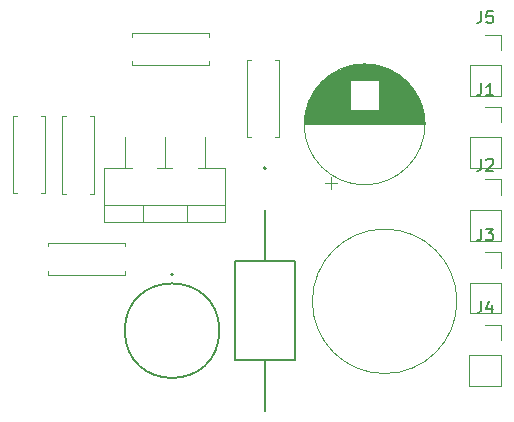
<source format=gbr>
%TF.GenerationSoftware,KiCad,Pcbnew,8.0.8*%
%TF.CreationDate,2025-04-08T15:59:02-04:00*%
%TF.ProjectId,Power System,506f7765-7220-4537-9973-74656d2e6b69,rev?*%
%TF.SameCoordinates,Original*%
%TF.FileFunction,Legend,Top*%
%TF.FilePolarity,Positive*%
%FSLAX46Y46*%
G04 Gerber Fmt 4.6, Leading zero omitted, Abs format (unit mm)*
G04 Created by KiCad (PCBNEW 8.0.8) date 2025-04-08 15:59:02*
%MOMM*%
%LPD*%
G01*
G04 APERTURE LIST*
%ADD10C,0.150000*%
%ADD11C,0.200000*%
%ADD12C,0.127000*%
%ADD13C,0.120000*%
G04 APERTURE END LIST*
D10*
X202091666Y-33394819D02*
X202091666Y-34109104D01*
X202091666Y-34109104D02*
X202044047Y-34251961D01*
X202044047Y-34251961D02*
X201948809Y-34347200D01*
X201948809Y-34347200D02*
X201805952Y-34394819D01*
X201805952Y-34394819D02*
X201710714Y-34394819D01*
X202520238Y-33490057D02*
X202567857Y-33442438D01*
X202567857Y-33442438D02*
X202663095Y-33394819D01*
X202663095Y-33394819D02*
X202901190Y-33394819D01*
X202901190Y-33394819D02*
X202996428Y-33442438D01*
X202996428Y-33442438D02*
X203044047Y-33490057D01*
X203044047Y-33490057D02*
X203091666Y-33585295D01*
X203091666Y-33585295D02*
X203091666Y-33680533D01*
X203091666Y-33680533D02*
X203044047Y-33823390D01*
X203044047Y-33823390D02*
X202472619Y-34394819D01*
X202472619Y-34394819D02*
X203091666Y-34394819D01*
X202091666Y-26994819D02*
X202091666Y-27709104D01*
X202091666Y-27709104D02*
X202044047Y-27851961D01*
X202044047Y-27851961D02*
X201948809Y-27947200D01*
X201948809Y-27947200D02*
X201805952Y-27994819D01*
X201805952Y-27994819D02*
X201710714Y-27994819D01*
X203091666Y-27994819D02*
X202520238Y-27994819D01*
X202805952Y-27994819D02*
X202805952Y-26994819D01*
X202805952Y-26994819D02*
X202710714Y-27137676D01*
X202710714Y-27137676D02*
X202615476Y-27232914D01*
X202615476Y-27232914D02*
X202520238Y-27280533D01*
X202091666Y-39294819D02*
X202091666Y-40009104D01*
X202091666Y-40009104D02*
X202044047Y-40151961D01*
X202044047Y-40151961D02*
X201948809Y-40247200D01*
X201948809Y-40247200D02*
X201805952Y-40294819D01*
X201805952Y-40294819D02*
X201710714Y-40294819D01*
X202472619Y-39294819D02*
X203091666Y-39294819D01*
X203091666Y-39294819D02*
X202758333Y-39675771D01*
X202758333Y-39675771D02*
X202901190Y-39675771D01*
X202901190Y-39675771D02*
X202996428Y-39723390D01*
X202996428Y-39723390D02*
X203044047Y-39771009D01*
X203044047Y-39771009D02*
X203091666Y-39866247D01*
X203091666Y-39866247D02*
X203091666Y-40104342D01*
X203091666Y-40104342D02*
X203044047Y-40199580D01*
X203044047Y-40199580D02*
X202996428Y-40247200D01*
X202996428Y-40247200D02*
X202901190Y-40294819D01*
X202901190Y-40294819D02*
X202615476Y-40294819D01*
X202615476Y-40294819D02*
X202520238Y-40247200D01*
X202520238Y-40247200D02*
X202472619Y-40199580D01*
X202091666Y-20884819D02*
X202091666Y-21599104D01*
X202091666Y-21599104D02*
X202044047Y-21741961D01*
X202044047Y-21741961D02*
X201948809Y-21837200D01*
X201948809Y-21837200D02*
X201805952Y-21884819D01*
X201805952Y-21884819D02*
X201710714Y-21884819D01*
X203044047Y-20884819D02*
X202567857Y-20884819D01*
X202567857Y-20884819D02*
X202520238Y-21361009D01*
X202520238Y-21361009D02*
X202567857Y-21313390D01*
X202567857Y-21313390D02*
X202663095Y-21265771D01*
X202663095Y-21265771D02*
X202901190Y-21265771D01*
X202901190Y-21265771D02*
X202996428Y-21313390D01*
X202996428Y-21313390D02*
X203044047Y-21361009D01*
X203044047Y-21361009D02*
X203091666Y-21456247D01*
X203091666Y-21456247D02*
X203091666Y-21694342D01*
X203091666Y-21694342D02*
X203044047Y-21789580D01*
X203044047Y-21789580D02*
X202996428Y-21837200D01*
X202996428Y-21837200D02*
X202901190Y-21884819D01*
X202901190Y-21884819D02*
X202663095Y-21884819D01*
X202663095Y-21884819D02*
X202567857Y-21837200D01*
X202567857Y-21837200D02*
X202520238Y-21789580D01*
X202066666Y-45434819D02*
X202066666Y-46149104D01*
X202066666Y-46149104D02*
X202019047Y-46291961D01*
X202019047Y-46291961D02*
X201923809Y-46387200D01*
X201923809Y-46387200D02*
X201780952Y-46434819D01*
X201780952Y-46434819D02*
X201685714Y-46434819D01*
X202971428Y-45768152D02*
X202971428Y-46434819D01*
X202733333Y-45387200D02*
X202495238Y-46101485D01*
X202495238Y-46101485D02*
X203114285Y-46101485D01*
D11*
%TO.C,C2*%
X176000000Y-43187500D02*
G75*
G02*
X175800000Y-43187500I-100000J0D01*
G01*
X175800000Y-43187500D02*
G75*
G02*
X176000000Y-43187500I100000J0D01*
G01*
D12*
X179900000Y-47937500D02*
G75*
G02*
X171900000Y-47937500I-4000000J0D01*
G01*
X171900000Y-47937500D02*
G75*
G02*
X179900000Y-47937500I4000000J0D01*
G01*
D13*
%TO.C,R3*%
X166580000Y-29790000D02*
X166580000Y-36330000D01*
X166580000Y-36330000D02*
X166910000Y-36330000D01*
X166910000Y-29790000D02*
X166580000Y-29790000D01*
X168990000Y-29790000D02*
X169320000Y-29790000D01*
X169320000Y-29790000D02*
X169320000Y-36330000D01*
X169320000Y-36330000D02*
X168990000Y-36330000D01*
%TO.C,R2*%
X172530000Y-22730000D02*
X172530000Y-23060000D01*
X172530000Y-25470000D02*
X172530000Y-25140000D01*
X179070000Y-22730000D02*
X172530000Y-22730000D01*
X179070000Y-23060000D02*
X179070000Y-22730000D01*
X179070000Y-25140000D02*
X179070000Y-25470000D01*
X179070000Y-25470000D02*
X172530000Y-25470000D01*
%TO.C,L1*%
X200020000Y-45450000D02*
G75*
G02*
X187780000Y-45450000I-6120000J0D01*
G01*
X187780000Y-45450000D02*
G75*
G02*
X200020000Y-45450000I6120000J0D01*
G01*
%TO.C,R1*%
X182230000Y-25030000D02*
X182560000Y-25030000D01*
X182230000Y-31570000D02*
X182230000Y-25030000D01*
X182560000Y-31570000D02*
X182230000Y-31570000D01*
X184640000Y-31570000D02*
X184970000Y-31570000D01*
X184970000Y-25030000D02*
X184640000Y-25030000D01*
X184970000Y-31570000D02*
X184970000Y-25030000D01*
%TO.C,J2*%
X201095000Y-37720000D02*
X201095000Y-40320000D01*
X201095000Y-37720000D02*
X203755000Y-37720000D01*
X201095000Y-40320000D02*
X203755000Y-40320000D01*
X202425000Y-35120000D02*
X203755000Y-35120000D01*
X203755000Y-35120000D02*
X203755000Y-36450000D01*
X203755000Y-37720000D02*
X203755000Y-40320000D01*
%TO.C,R2-2*%
X165380000Y-40480000D02*
X171920000Y-40480000D01*
X165380000Y-40810000D02*
X165380000Y-40480000D01*
X165380000Y-42890000D02*
X165380000Y-43220000D01*
X165380000Y-43220000D02*
X171920000Y-43220000D01*
X171920000Y-40480000D02*
X171920000Y-40810000D01*
X171920000Y-43220000D02*
X171920000Y-42890000D01*
D12*
%TO.C,D1*%
X181225000Y-42050000D02*
X181225000Y-50450000D01*
X181225000Y-50450000D02*
X183750000Y-50450000D01*
X183750000Y-42050000D02*
X181225000Y-42050000D01*
X183750000Y-42050000D02*
X183750000Y-37745000D01*
X183750000Y-50450000D02*
X183750000Y-54755000D01*
X183750000Y-50450000D02*
X186275000Y-50450000D01*
X186275000Y-42050000D02*
X183750000Y-42050000D01*
X186275000Y-50450000D02*
X186275000Y-42050000D01*
D11*
X183850000Y-34175000D02*
G75*
G02*
X183650000Y-34175000I-100000J0D01*
G01*
X183650000Y-34175000D02*
G75*
G02*
X183850000Y-34175000I100000J0D01*
G01*
D13*
%TO.C,J1*%
X201095000Y-31580000D02*
X201095000Y-34180000D01*
X201095000Y-31580000D02*
X203755000Y-31580000D01*
X201095000Y-34180000D02*
X203755000Y-34180000D01*
X202425000Y-28980000D02*
X203755000Y-28980000D01*
X203755000Y-28980000D02*
X203755000Y-30310000D01*
X203755000Y-31580000D02*
X203755000Y-34180000D01*
%TO.C,U1*%
X170180000Y-38770000D02*
X170180000Y-34129000D01*
X171900000Y-34129000D02*
X171900000Y-31515000D01*
X172535000Y-34129000D02*
X170180000Y-34129000D01*
X173450000Y-38770000D02*
X173450000Y-37261000D01*
X175300000Y-34129000D02*
X175300000Y-31515000D01*
X175935000Y-34129000D02*
X174665000Y-34129000D01*
X177150000Y-38770000D02*
X177150000Y-37261000D01*
X178700000Y-34129000D02*
X178700000Y-31499000D01*
X180421000Y-34129000D02*
X178065000Y-34129000D01*
X180421000Y-37261000D02*
X170180000Y-37261000D01*
X180421000Y-38770000D02*
X170180000Y-38770000D01*
X180421000Y-38770000D02*
X180421000Y-34129000D01*
%TO.C,J3*%
X201095000Y-43880000D02*
X201095000Y-46480000D01*
X201095000Y-43880000D02*
X203755000Y-43880000D01*
X201095000Y-46480000D02*
X203755000Y-46480000D01*
X202425000Y-41280000D02*
X203755000Y-41280000D01*
X203755000Y-41280000D02*
X203755000Y-42610000D01*
X203755000Y-43880000D02*
X203755000Y-46480000D01*
%TO.C,R2-1*%
X162430000Y-29780000D02*
X162430000Y-36320000D01*
X162430000Y-36320000D02*
X162760000Y-36320000D01*
X162760000Y-29780000D02*
X162430000Y-29780000D01*
X164840000Y-29780000D02*
X165170000Y-29780000D01*
X165170000Y-29780000D02*
X165170000Y-36320000D01*
X165170000Y-36320000D02*
X164840000Y-36320000D01*
%TO.C,J5*%
X201095000Y-25470000D02*
X201095000Y-28070000D01*
X201095000Y-25470000D02*
X203755000Y-25470000D01*
X201095000Y-28070000D02*
X203755000Y-28070000D01*
X202425000Y-22870000D02*
X203755000Y-22870000D01*
X203755000Y-22870000D02*
X203755000Y-24200000D01*
X203755000Y-25470000D02*
X203755000Y-28070000D01*
%TO.C,J4*%
X201070000Y-50020000D02*
X201070000Y-52620000D01*
X201070000Y-50020000D02*
X203730000Y-50020000D01*
X201070000Y-52620000D02*
X203730000Y-52620000D01*
X202400000Y-47420000D02*
X203730000Y-47420000D01*
X203730000Y-47420000D02*
X203730000Y-48750000D01*
X203730000Y-50020000D02*
X203730000Y-52620000D01*
%TO.C,C1*%
X187120000Y-30387677D02*
X197280000Y-30387677D01*
X187120000Y-30427677D02*
X197280000Y-30427677D01*
X187120000Y-30467677D02*
X197280000Y-30467677D01*
X187121000Y-30347677D02*
X197279000Y-30347677D01*
X187122000Y-30307677D02*
X197278000Y-30307677D01*
X187123000Y-30267677D02*
X197277000Y-30267677D01*
X187125000Y-30227677D02*
X197275000Y-30227677D01*
X187127000Y-30187677D02*
X197273000Y-30187677D01*
X187130000Y-30147677D02*
X197270000Y-30147677D01*
X187132000Y-30107677D02*
X197268000Y-30107677D01*
X187135000Y-30067677D02*
X197265000Y-30067677D01*
X187138000Y-30027677D02*
X197262000Y-30027677D01*
X187142000Y-29987677D02*
X197258000Y-29987677D01*
X187146000Y-29947677D02*
X197254000Y-29947677D01*
X187150000Y-29907677D02*
X197250000Y-29907677D01*
X187155000Y-29867677D02*
X197245000Y-29867677D01*
X187160000Y-29827677D02*
X197240000Y-29827677D01*
X187165000Y-29787677D02*
X197235000Y-29787677D01*
X187170000Y-29746677D02*
X197230000Y-29746677D01*
X187176000Y-29706677D02*
X197224000Y-29706677D01*
X187182000Y-29666677D02*
X197218000Y-29666677D01*
X187189000Y-29626677D02*
X197211000Y-29626677D01*
X187196000Y-29586677D02*
X197204000Y-29586677D01*
X187203000Y-29546677D02*
X197197000Y-29546677D01*
X187210000Y-29506677D02*
X197190000Y-29506677D01*
X187218000Y-29466677D02*
X197182000Y-29466677D01*
X187226000Y-29426677D02*
X197174000Y-29426677D01*
X187235000Y-29386677D02*
X197165000Y-29386677D01*
X187244000Y-29346677D02*
X197156000Y-29346677D01*
X187253000Y-29306677D02*
X197147000Y-29306677D01*
X187262000Y-29266677D02*
X197138000Y-29266677D01*
X187272000Y-29226677D02*
X197128000Y-29226677D01*
X187282000Y-29186677D02*
X190959000Y-29186677D01*
X187293000Y-29146677D02*
X190959000Y-29146677D01*
X187303000Y-29106677D02*
X190959000Y-29106677D01*
X187315000Y-29066677D02*
X190959000Y-29066677D01*
X187326000Y-29026677D02*
X190959000Y-29026677D01*
X187338000Y-28986677D02*
X190959000Y-28986677D01*
X187350000Y-28946677D02*
X190959000Y-28946677D01*
X187363000Y-28906677D02*
X190959000Y-28906677D01*
X187376000Y-28866677D02*
X190959000Y-28866677D01*
X187389000Y-28826677D02*
X190959000Y-28826677D01*
X187403000Y-28786677D02*
X190959000Y-28786677D01*
X187417000Y-28746677D02*
X190959000Y-28746677D01*
X187432000Y-28706677D02*
X190959000Y-28706677D01*
X187446000Y-28666677D02*
X190959000Y-28666677D01*
X187462000Y-28626677D02*
X190959000Y-28626677D01*
X187477000Y-28586677D02*
X190959000Y-28586677D01*
X187493000Y-28546677D02*
X190959000Y-28546677D01*
X187510000Y-28506677D02*
X190959000Y-28506677D01*
X187526000Y-28466677D02*
X190959000Y-28466677D01*
X187543000Y-28426677D02*
X190959000Y-28426677D01*
X187561000Y-28386677D02*
X190959000Y-28386677D01*
X187579000Y-28346677D02*
X190959000Y-28346677D01*
X187597000Y-28306677D02*
X190959000Y-28306677D01*
X187616000Y-28266677D02*
X190959000Y-28266677D01*
X187636000Y-28226677D02*
X190959000Y-28226677D01*
X187655000Y-28186677D02*
X190959000Y-28186677D01*
X187675000Y-28146677D02*
X190959000Y-28146677D01*
X187696000Y-28106677D02*
X190959000Y-28106677D01*
X187717000Y-28066677D02*
X190959000Y-28066677D01*
X187738000Y-28026677D02*
X190959000Y-28026677D01*
X187760000Y-27986677D02*
X190959000Y-27986677D01*
X187783000Y-27946677D02*
X190959000Y-27946677D01*
X187805000Y-27906677D02*
X190959000Y-27906677D01*
X187829000Y-27866677D02*
X190959000Y-27866677D01*
X187853000Y-27826677D02*
X190959000Y-27826677D01*
X187877000Y-27786677D02*
X190959000Y-27786677D01*
X187902000Y-27746677D02*
X190959000Y-27746677D01*
X187927000Y-27706677D02*
X190959000Y-27706677D01*
X187953000Y-27666677D02*
X190959000Y-27666677D01*
X187979000Y-27626677D02*
X190959000Y-27626677D01*
X188006000Y-27586677D02*
X190959000Y-27586677D01*
X188034000Y-27546677D02*
X190959000Y-27546677D01*
X188062000Y-27506677D02*
X190959000Y-27506677D01*
X188090000Y-27466677D02*
X190959000Y-27466677D01*
X188120000Y-27426677D02*
X190959000Y-27426677D01*
X188150000Y-27386677D02*
X190959000Y-27386677D01*
X188180000Y-27346677D02*
X190959000Y-27346677D01*
X188211000Y-27306677D02*
X190959000Y-27306677D01*
X188243000Y-27266677D02*
X190959000Y-27266677D01*
X188275000Y-27226677D02*
X190959000Y-27226677D01*
X188308000Y-27186677D02*
X190959000Y-27186677D01*
X188342000Y-27146677D02*
X190959000Y-27146677D01*
X188376000Y-27106677D02*
X190959000Y-27106677D01*
X188411000Y-27066677D02*
X190959000Y-27066677D01*
X188447000Y-27026677D02*
X190959000Y-27026677D01*
X188484000Y-26986677D02*
X190959000Y-26986677D01*
X188521000Y-26946677D02*
X190959000Y-26946677D01*
X188560000Y-26906677D02*
X190959000Y-26906677D01*
X188599000Y-26866677D02*
X190959000Y-26866677D01*
X188639000Y-26826677D02*
X190959000Y-26826677D01*
X188680000Y-26786677D02*
X190959000Y-26786677D01*
X188722000Y-26746677D02*
X190959000Y-26746677D01*
X188764000Y-26706677D02*
X195636000Y-26706677D01*
X188808000Y-26666677D02*
X195592000Y-26666677D01*
X188825000Y-35447323D02*
X189825000Y-35447323D01*
X188853000Y-26626677D02*
X195547000Y-26626677D01*
X188899000Y-26586677D02*
X195501000Y-26586677D01*
X188946000Y-26546677D02*
X195454000Y-26546677D01*
X188994000Y-26506677D02*
X195406000Y-26506677D01*
X189044000Y-26466677D02*
X195356000Y-26466677D01*
X189094000Y-26426677D02*
X195306000Y-26426677D01*
X189146000Y-26386677D02*
X195254000Y-26386677D01*
X189200000Y-26346677D02*
X195200000Y-26346677D01*
X189255000Y-26306677D02*
X195145000Y-26306677D01*
X189311000Y-26266677D02*
X195089000Y-26266677D01*
X189325000Y-35947323D02*
X189325000Y-34947323D01*
X189370000Y-26226677D02*
X195030000Y-26226677D01*
X189430000Y-26186677D02*
X194970000Y-26186677D01*
X189491000Y-26146677D02*
X194909000Y-26146677D01*
X189555000Y-26106677D02*
X194845000Y-26106677D01*
X189621000Y-26066677D02*
X194779000Y-26066677D01*
X189690000Y-26026677D02*
X194710000Y-26026677D01*
X189761000Y-25986677D02*
X194639000Y-25986677D01*
X189835000Y-25946677D02*
X194565000Y-25946677D01*
X189911000Y-25906677D02*
X194489000Y-25906677D01*
X189991000Y-25866677D02*
X194409000Y-25866677D01*
X190075000Y-25826677D02*
X194325000Y-25826677D01*
X190163000Y-25786677D02*
X194237000Y-25786677D01*
X190256000Y-25746677D02*
X194144000Y-25746677D01*
X190354000Y-25706677D02*
X194046000Y-25706677D01*
X190458000Y-25666677D02*
X193942000Y-25666677D01*
X190570000Y-25626677D02*
X193830000Y-25626677D01*
X190690000Y-25586677D02*
X193710000Y-25586677D01*
X190822000Y-25546677D02*
X193578000Y-25546677D01*
X190970000Y-25506677D02*
X193430000Y-25506677D01*
X191138000Y-25466677D02*
X193262000Y-25466677D01*
X191338000Y-25426677D02*
X193062000Y-25426677D01*
X191601000Y-25386677D02*
X192799000Y-25386677D01*
X193441000Y-26746677D02*
X195678000Y-26746677D01*
X193441000Y-26786677D02*
X195720000Y-26786677D01*
X193441000Y-26826677D02*
X195761000Y-26826677D01*
X193441000Y-26866677D02*
X195801000Y-26866677D01*
X193441000Y-26906677D02*
X195840000Y-26906677D01*
X193441000Y-26946677D02*
X195879000Y-26946677D01*
X193441000Y-26986677D02*
X195916000Y-26986677D01*
X193441000Y-27026677D02*
X195953000Y-27026677D01*
X193441000Y-27066677D02*
X195989000Y-27066677D01*
X193441000Y-27106677D02*
X196024000Y-27106677D01*
X193441000Y-27146677D02*
X196058000Y-27146677D01*
X193441000Y-27186677D02*
X196092000Y-27186677D01*
X193441000Y-27226677D02*
X196125000Y-27226677D01*
X193441000Y-27266677D02*
X196157000Y-27266677D01*
X193441000Y-27306677D02*
X196189000Y-27306677D01*
X193441000Y-27346677D02*
X196220000Y-27346677D01*
X193441000Y-27386677D02*
X196250000Y-27386677D01*
X193441000Y-27426677D02*
X196280000Y-27426677D01*
X193441000Y-27466677D02*
X196310000Y-27466677D01*
X193441000Y-27506677D02*
X196338000Y-27506677D01*
X193441000Y-27546677D02*
X196366000Y-27546677D01*
X193441000Y-27586677D02*
X196394000Y-27586677D01*
X193441000Y-27626677D02*
X196421000Y-27626677D01*
X193441000Y-27666677D02*
X196447000Y-27666677D01*
X193441000Y-27706677D02*
X196473000Y-27706677D01*
X193441000Y-27746677D02*
X196498000Y-27746677D01*
X193441000Y-27786677D02*
X196523000Y-27786677D01*
X193441000Y-27826677D02*
X196547000Y-27826677D01*
X193441000Y-27866677D02*
X196571000Y-27866677D01*
X193441000Y-27906677D02*
X196595000Y-27906677D01*
X193441000Y-27946677D02*
X196617000Y-27946677D01*
X193441000Y-27986677D02*
X196640000Y-27986677D01*
X193441000Y-28026677D02*
X196662000Y-28026677D01*
X193441000Y-28066677D02*
X196683000Y-28066677D01*
X193441000Y-28106677D02*
X196704000Y-28106677D01*
X193441000Y-28146677D02*
X196725000Y-28146677D01*
X193441000Y-28186677D02*
X196745000Y-28186677D01*
X193441000Y-28226677D02*
X196764000Y-28226677D01*
X193441000Y-28266677D02*
X196784000Y-28266677D01*
X193441000Y-28306677D02*
X196803000Y-28306677D01*
X193441000Y-28346677D02*
X196821000Y-28346677D01*
X193441000Y-28386677D02*
X196839000Y-28386677D01*
X193441000Y-28426677D02*
X196857000Y-28426677D01*
X193441000Y-28466677D02*
X196874000Y-28466677D01*
X193441000Y-28506677D02*
X196890000Y-28506677D01*
X193441000Y-28546677D02*
X196907000Y-28546677D01*
X193441000Y-28586677D02*
X196923000Y-28586677D01*
X193441000Y-28626677D02*
X196938000Y-28626677D01*
X193441000Y-28666677D02*
X196954000Y-28666677D01*
X193441000Y-28706677D02*
X196968000Y-28706677D01*
X193441000Y-28746677D02*
X196983000Y-28746677D01*
X193441000Y-28786677D02*
X196997000Y-28786677D01*
X193441000Y-28826677D02*
X197011000Y-28826677D01*
X193441000Y-28866677D02*
X197024000Y-28866677D01*
X193441000Y-28906677D02*
X197037000Y-28906677D01*
X193441000Y-28946677D02*
X197050000Y-28946677D01*
X193441000Y-28986677D02*
X197062000Y-28986677D01*
X193441000Y-29026677D02*
X197074000Y-29026677D01*
X193441000Y-29066677D02*
X197085000Y-29066677D01*
X193441000Y-29106677D02*
X197097000Y-29106677D01*
X193441000Y-29146677D02*
X197107000Y-29146677D01*
X193441000Y-29186677D02*
X197118000Y-29186677D01*
X197320000Y-30467677D02*
G75*
G02*
X187080000Y-30467677I-5120000J0D01*
G01*
X187080000Y-30467677D02*
G75*
G02*
X197320000Y-30467677I5120000J0D01*
G01*
%TD*%
M02*

</source>
